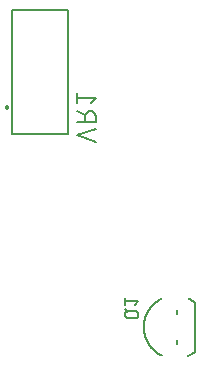
<source format=gbr>
G04 EAGLE Gerber RS-274X export*
G75*
%MOMM*%
%FSLAX34Y34*%
%LPD*%
%INSilkscreen Bottom*%
%IPPOS*%
%AMOC8*
5,1,8,0,0,1.08239X$1,22.5*%
G01*
%ADD10C,0.127000*%
%ADD11C,0.200000*%
%ADD12C,0.152400*%


D10*
X600710Y313050D02*
X600710Y271150D01*
X572841Y267970D02*
X572257Y268253D01*
X571681Y268551D01*
X571112Y268862D01*
X570551Y269187D01*
X569998Y269526D01*
X569453Y269878D01*
X568917Y270243D01*
X568390Y270621D01*
X567873Y271012D01*
X567365Y271415D01*
X566867Y271831D01*
X566379Y272258D01*
X565902Y272697D01*
X565435Y273148D01*
X564980Y273610D01*
X564536Y274083D01*
X564104Y274566D01*
X563683Y275060D01*
X563275Y275564D01*
X562879Y276078D01*
X562496Y276601D01*
X562125Y277133D01*
X561768Y277675D01*
X561424Y278224D01*
X561093Y278782D01*
X560776Y279348D01*
X560473Y279921D01*
X560184Y280502D01*
X559909Y281089D01*
X559648Y281683D01*
X559402Y282283D01*
X559171Y282889D01*
X558954Y283501D01*
X558753Y284117D01*
X558566Y284738D01*
X558395Y285364D01*
X558239Y285993D01*
X558098Y286626D01*
X557972Y287263D01*
X557863Y287902D01*
X557768Y288543D01*
X557690Y289187D01*
X557627Y289833D01*
X557579Y290480D01*
X557548Y291127D01*
X557532Y291776D01*
X557532Y292424D01*
X557548Y293073D01*
X557579Y293720D01*
X557627Y294367D01*
X557690Y295013D01*
X557768Y295657D01*
X557863Y296298D01*
X557972Y296937D01*
X558098Y297574D01*
X558239Y298207D01*
X558395Y298836D01*
X558566Y299462D01*
X558753Y300083D01*
X558954Y300699D01*
X559171Y301311D01*
X559402Y301917D01*
X559648Y302517D01*
X559909Y303111D01*
X560184Y303698D01*
X560473Y304279D01*
X560776Y304852D01*
X561093Y305418D01*
X561424Y305976D01*
X561768Y306525D01*
X562125Y307067D01*
X562496Y307599D01*
X562879Y308122D01*
X563275Y308636D01*
X563683Y309140D01*
X564104Y309634D01*
X564536Y310117D01*
X564980Y310590D01*
X565435Y311052D01*
X565902Y311503D01*
X566379Y311942D01*
X566867Y312369D01*
X567365Y312785D01*
X567873Y313188D01*
X568390Y313579D01*
X568917Y313957D01*
X569453Y314322D01*
X569998Y314674D01*
X570551Y315013D01*
X571112Y315338D01*
X571681Y315649D01*
X572257Y315947D01*
X572841Y316230D01*
X595559Y316235D02*
X596105Y315970D01*
X596645Y315693D01*
X597178Y315404D01*
X597705Y315102D01*
X598225Y314789D01*
X598738Y314464D01*
X599243Y314127D01*
X599740Y313779D01*
X600229Y313420D01*
X600710Y313050D01*
X585470Y306140D02*
X585470Y303460D01*
X585470Y280740D02*
X585470Y278060D01*
X595318Y267853D02*
X595891Y268124D01*
X596457Y268409D01*
X597016Y268706D01*
X597568Y269017D01*
X598112Y269342D01*
X598648Y269678D01*
X599177Y270028D01*
X599697Y270390D01*
X600208Y270764D01*
X600710Y271150D01*
X549910Y299454D02*
X544830Y299454D01*
X549910Y299454D02*
X550021Y299456D01*
X550131Y299462D01*
X550242Y299471D01*
X550352Y299485D01*
X550461Y299502D01*
X550570Y299523D01*
X550678Y299548D01*
X550785Y299577D01*
X550891Y299609D01*
X550996Y299645D01*
X551099Y299685D01*
X551201Y299728D01*
X551302Y299775D01*
X551401Y299826D01*
X551498Y299879D01*
X551592Y299936D01*
X551685Y299997D01*
X551776Y300060D01*
X551865Y300127D01*
X551951Y300197D01*
X552034Y300270D01*
X552116Y300345D01*
X552194Y300423D01*
X552269Y300505D01*
X552342Y300588D01*
X552412Y300674D01*
X552479Y300763D01*
X552542Y300854D01*
X552603Y300947D01*
X552660Y301041D01*
X552713Y301138D01*
X552764Y301237D01*
X552811Y301338D01*
X552854Y301440D01*
X552894Y301543D01*
X552930Y301648D01*
X552962Y301754D01*
X552991Y301861D01*
X553016Y301969D01*
X553037Y302078D01*
X553054Y302187D01*
X553068Y302297D01*
X553077Y302408D01*
X553083Y302518D01*
X553085Y302629D01*
X553083Y302740D01*
X553077Y302850D01*
X553068Y302961D01*
X553054Y303071D01*
X553037Y303180D01*
X553016Y303289D01*
X552991Y303397D01*
X552962Y303504D01*
X552930Y303610D01*
X552894Y303715D01*
X552854Y303818D01*
X552811Y303920D01*
X552764Y304021D01*
X552713Y304120D01*
X552660Y304216D01*
X552603Y304311D01*
X552542Y304404D01*
X552479Y304495D01*
X552412Y304584D01*
X552342Y304670D01*
X552269Y304753D01*
X552194Y304835D01*
X552116Y304913D01*
X552034Y304988D01*
X551951Y305061D01*
X551865Y305131D01*
X551776Y305198D01*
X551685Y305261D01*
X551592Y305322D01*
X551498Y305379D01*
X551401Y305432D01*
X551302Y305483D01*
X551201Y305530D01*
X551099Y305573D01*
X550996Y305613D01*
X550891Y305649D01*
X550785Y305681D01*
X550678Y305710D01*
X550570Y305735D01*
X550461Y305756D01*
X550352Y305773D01*
X550242Y305787D01*
X550131Y305796D01*
X550021Y305802D01*
X549910Y305804D01*
X544830Y305804D01*
X544719Y305802D01*
X544609Y305796D01*
X544498Y305787D01*
X544388Y305773D01*
X544279Y305756D01*
X544170Y305735D01*
X544062Y305710D01*
X543955Y305681D01*
X543849Y305649D01*
X543744Y305613D01*
X543641Y305573D01*
X543539Y305530D01*
X543438Y305483D01*
X543339Y305432D01*
X543243Y305379D01*
X543148Y305322D01*
X543055Y305261D01*
X542964Y305198D01*
X542875Y305131D01*
X542789Y305061D01*
X542706Y304988D01*
X542624Y304913D01*
X542546Y304835D01*
X542471Y304753D01*
X542398Y304670D01*
X542328Y304584D01*
X542261Y304495D01*
X542198Y304404D01*
X542137Y304311D01*
X542080Y304217D01*
X542027Y304120D01*
X541976Y304021D01*
X541929Y303920D01*
X541886Y303818D01*
X541846Y303715D01*
X541810Y303610D01*
X541778Y303504D01*
X541749Y303397D01*
X541724Y303289D01*
X541703Y303180D01*
X541686Y303071D01*
X541672Y302961D01*
X541663Y302850D01*
X541657Y302740D01*
X541655Y302629D01*
X541657Y302518D01*
X541663Y302408D01*
X541672Y302297D01*
X541686Y302187D01*
X541703Y302078D01*
X541724Y301969D01*
X541749Y301861D01*
X541778Y301754D01*
X541810Y301648D01*
X541846Y301543D01*
X541886Y301440D01*
X541929Y301338D01*
X541976Y301237D01*
X542027Y301138D01*
X542080Y301042D01*
X542137Y300947D01*
X542198Y300854D01*
X542261Y300763D01*
X542328Y300674D01*
X542398Y300588D01*
X542471Y300505D01*
X542546Y300423D01*
X542624Y300345D01*
X542706Y300270D01*
X542789Y300197D01*
X542875Y300127D01*
X542964Y300060D01*
X543055Y299997D01*
X543148Y299936D01*
X543243Y299879D01*
X543339Y299826D01*
X543438Y299775D01*
X543539Y299728D01*
X543641Y299685D01*
X543744Y299645D01*
X543849Y299609D01*
X543955Y299577D01*
X544062Y299548D01*
X544170Y299523D01*
X544279Y299502D01*
X544388Y299485D01*
X544498Y299471D01*
X544609Y299462D01*
X544719Y299456D01*
X544830Y299454D01*
X544195Y304534D02*
X541655Y307074D01*
X550545Y310515D02*
X553085Y313690D01*
X541655Y313690D01*
X541655Y310515D02*
X541655Y316865D01*
X493400Y455300D02*
X446400Y455300D01*
X493400Y455300D02*
X493400Y560700D01*
X446400Y560700D01*
X446400Y455300D01*
D11*
X440900Y478000D02*
X440902Y478063D01*
X440908Y478125D01*
X440918Y478187D01*
X440931Y478249D01*
X440949Y478309D01*
X440970Y478368D01*
X440995Y478426D01*
X441024Y478482D01*
X441056Y478536D01*
X441091Y478588D01*
X441129Y478637D01*
X441171Y478685D01*
X441215Y478729D01*
X441263Y478771D01*
X441312Y478809D01*
X441364Y478844D01*
X441418Y478876D01*
X441474Y478905D01*
X441532Y478930D01*
X441591Y478951D01*
X441651Y478969D01*
X441713Y478982D01*
X441775Y478992D01*
X441837Y478998D01*
X441900Y479000D01*
X441963Y478998D01*
X442025Y478992D01*
X442087Y478982D01*
X442149Y478969D01*
X442209Y478951D01*
X442268Y478930D01*
X442326Y478905D01*
X442382Y478876D01*
X442436Y478844D01*
X442488Y478809D01*
X442537Y478771D01*
X442585Y478729D01*
X442629Y478685D01*
X442671Y478637D01*
X442709Y478588D01*
X442744Y478536D01*
X442776Y478482D01*
X442805Y478426D01*
X442830Y478368D01*
X442851Y478309D01*
X442869Y478249D01*
X442882Y478187D01*
X442892Y478125D01*
X442898Y478063D01*
X442900Y478000D01*
X442898Y477937D01*
X442892Y477875D01*
X442882Y477813D01*
X442869Y477751D01*
X442851Y477691D01*
X442830Y477632D01*
X442805Y477574D01*
X442776Y477518D01*
X442744Y477464D01*
X442709Y477412D01*
X442671Y477363D01*
X442629Y477315D01*
X442585Y477271D01*
X442537Y477229D01*
X442488Y477191D01*
X442436Y477156D01*
X442382Y477124D01*
X442326Y477095D01*
X442268Y477070D01*
X442209Y477049D01*
X442149Y477031D01*
X442087Y477018D01*
X442025Y477008D01*
X441963Y477002D01*
X441900Y477000D01*
X441837Y477002D01*
X441775Y477008D01*
X441713Y477018D01*
X441651Y477031D01*
X441591Y477049D01*
X441532Y477070D01*
X441474Y477095D01*
X441418Y477124D01*
X441364Y477156D01*
X441312Y477191D01*
X441263Y477229D01*
X441215Y477271D01*
X441171Y477315D01*
X441129Y477363D01*
X441091Y477412D01*
X441056Y477464D01*
X441024Y477518D01*
X440995Y477574D01*
X440970Y477632D01*
X440949Y477691D01*
X440931Y477751D01*
X440918Y477813D01*
X440908Y477875D01*
X440902Y477937D01*
X440900Y478000D01*
D12*
X500662Y454181D02*
X516918Y448762D01*
X516918Y459599D02*
X500662Y454181D01*
X500662Y465909D02*
X516918Y465909D01*
X516918Y470425D01*
X516916Y470558D01*
X516910Y470690D01*
X516900Y470822D01*
X516887Y470954D01*
X516869Y471086D01*
X516848Y471216D01*
X516823Y471347D01*
X516794Y471476D01*
X516761Y471604D01*
X516725Y471732D01*
X516685Y471858D01*
X516641Y471983D01*
X516593Y472107D01*
X516542Y472229D01*
X516487Y472350D01*
X516429Y472469D01*
X516367Y472587D01*
X516302Y472702D01*
X516233Y472816D01*
X516162Y472927D01*
X516086Y473036D01*
X516008Y473143D01*
X515927Y473248D01*
X515842Y473350D01*
X515755Y473450D01*
X515665Y473547D01*
X515572Y473642D01*
X515476Y473733D01*
X515378Y473822D01*
X515277Y473908D01*
X515173Y473991D01*
X515067Y474071D01*
X514959Y474147D01*
X514849Y474221D01*
X514736Y474291D01*
X514622Y474358D01*
X514505Y474421D01*
X514387Y474481D01*
X514267Y474538D01*
X514145Y474591D01*
X514022Y474640D01*
X513898Y474686D01*
X513772Y474728D01*
X513645Y474766D01*
X513517Y474801D01*
X513388Y474832D01*
X513259Y474859D01*
X513128Y474882D01*
X512997Y474902D01*
X512865Y474917D01*
X512733Y474929D01*
X512601Y474937D01*
X512468Y474941D01*
X512336Y474941D01*
X512203Y474937D01*
X512071Y474929D01*
X511939Y474917D01*
X511807Y474902D01*
X511676Y474882D01*
X511545Y474859D01*
X511416Y474832D01*
X511287Y474801D01*
X511159Y474766D01*
X511032Y474728D01*
X510906Y474686D01*
X510782Y474640D01*
X510659Y474591D01*
X510537Y474538D01*
X510417Y474481D01*
X510299Y474421D01*
X510182Y474358D01*
X510068Y474291D01*
X509955Y474221D01*
X509845Y474147D01*
X509737Y474071D01*
X509631Y473991D01*
X509527Y473908D01*
X509426Y473822D01*
X509328Y473733D01*
X509232Y473642D01*
X509139Y473547D01*
X509049Y473450D01*
X508962Y473350D01*
X508877Y473248D01*
X508796Y473143D01*
X508718Y473036D01*
X508642Y472927D01*
X508571Y472816D01*
X508502Y472702D01*
X508437Y472587D01*
X508375Y472469D01*
X508317Y472350D01*
X508262Y472229D01*
X508211Y472107D01*
X508163Y471983D01*
X508119Y471858D01*
X508079Y471732D01*
X508043Y471604D01*
X508010Y471476D01*
X507981Y471347D01*
X507956Y471216D01*
X507935Y471086D01*
X507917Y470954D01*
X507904Y470822D01*
X507894Y470690D01*
X507888Y470558D01*
X507886Y470425D01*
X507887Y470425D02*
X507887Y465909D01*
X507887Y471328D02*
X500662Y474940D01*
X513306Y481449D02*
X516918Y485964D01*
X500662Y485964D01*
X500662Y481449D02*
X500662Y490480D01*
M02*

</source>
